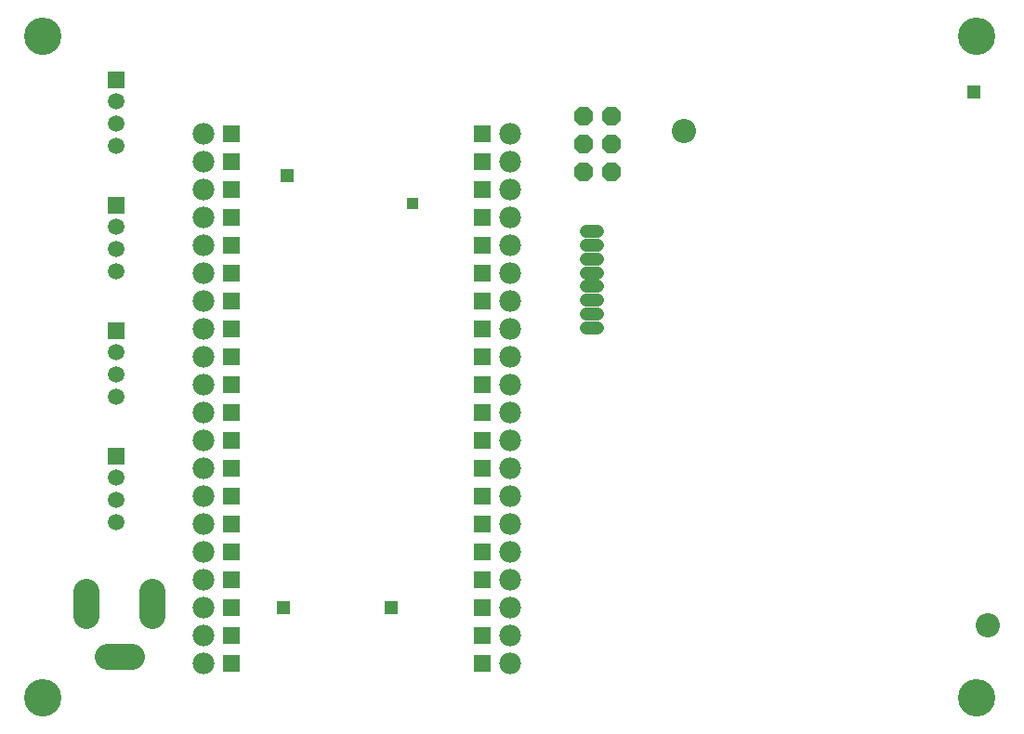
<source format=gbs>
G75*
%MOIN*%
%OFA0B0*%
%FSLAX25Y25*%
%IPPOS*%
%LPD*%
%AMOC8*
5,1,8,0,0,1.08239X$1,22.5*
%
%ADD10C,0.13398*%
%ADD11R,0.05950X0.05950*%
%ADD12C,0.05950*%
%ADD13C,0.07800*%
%ADD14C,0.09400*%
%ADD15R,0.06343X0.06343*%
%ADD16C,0.04769*%
%ADD17OC8,0.06800*%
%ADD18C,0.08674*%
%ADD19R,0.04762X0.04762*%
%ADD20R,0.04369X0.04369*%
D10*
X0016256Y0017254D03*
X0016256Y0254754D03*
X0351256Y0254754D03*
X0351256Y0017254D03*
D11*
X0042506Y0104065D03*
X0042506Y0149065D03*
X0042506Y0194065D03*
X0042506Y0239065D03*
D12*
X0042506Y0231191D03*
X0042506Y0223317D03*
X0042506Y0215443D03*
X0042506Y0186191D03*
X0042506Y0178317D03*
X0042506Y0170443D03*
X0042506Y0141191D03*
X0042506Y0133317D03*
X0042506Y0125443D03*
X0042506Y0096191D03*
X0042506Y0088317D03*
X0042506Y0080443D03*
D13*
X0073756Y0079754D03*
X0073756Y0089754D03*
X0073756Y0099754D03*
X0073756Y0109754D03*
X0073756Y0119754D03*
X0073756Y0129754D03*
X0073756Y0139754D03*
X0073756Y0149754D03*
X0073756Y0159754D03*
X0073756Y0169754D03*
X0073756Y0179754D03*
X0073756Y0189754D03*
X0073756Y0199754D03*
X0073756Y0209754D03*
X0073756Y0219754D03*
X0183756Y0219754D03*
X0183756Y0209754D03*
X0183756Y0199754D03*
X0183756Y0189754D03*
X0183756Y0179754D03*
X0183756Y0169754D03*
X0183756Y0159754D03*
X0183756Y0149754D03*
X0183756Y0139754D03*
X0183756Y0129754D03*
X0183756Y0119754D03*
X0183756Y0109754D03*
X0183756Y0099754D03*
X0183756Y0089754D03*
X0183756Y0079754D03*
X0183756Y0069754D03*
X0183756Y0059754D03*
X0183756Y0049754D03*
X0183756Y0039754D03*
X0183756Y0029754D03*
X0073756Y0029754D03*
X0073756Y0039754D03*
X0073756Y0049754D03*
X0073756Y0059754D03*
X0073756Y0069754D03*
D14*
X0055567Y0055304D02*
X0055567Y0046704D01*
X0048056Y0032106D02*
X0039456Y0032106D01*
X0031945Y0046704D02*
X0031945Y0055304D01*
D15*
X0083756Y0059754D03*
X0083756Y0069754D03*
X0083756Y0079754D03*
X0083756Y0089754D03*
X0083756Y0099754D03*
X0083756Y0109754D03*
X0083756Y0119754D03*
X0083756Y0129754D03*
X0083756Y0139754D03*
X0083756Y0149754D03*
X0083756Y0159754D03*
X0083756Y0169754D03*
X0083756Y0179754D03*
X0083756Y0189754D03*
X0083756Y0199754D03*
X0083756Y0209754D03*
X0083756Y0219754D03*
X0173756Y0219754D03*
X0173756Y0209754D03*
X0173756Y0199754D03*
X0173756Y0189754D03*
X0173756Y0179754D03*
X0173756Y0169754D03*
X0173756Y0159754D03*
X0173756Y0149754D03*
X0173756Y0139754D03*
X0173756Y0129754D03*
X0173756Y0119754D03*
X0173756Y0109754D03*
X0173756Y0099754D03*
X0173756Y0089754D03*
X0173756Y0079754D03*
X0173756Y0069754D03*
X0173756Y0059754D03*
X0173756Y0049754D03*
X0173756Y0039754D03*
X0173756Y0029754D03*
X0083756Y0029754D03*
X0083756Y0039754D03*
X0083756Y0049754D03*
D16*
X0211043Y0150030D02*
X0215012Y0150030D01*
X0215012Y0154951D02*
X0211043Y0154951D01*
X0211043Y0159872D02*
X0215012Y0159872D01*
X0215012Y0164793D02*
X0211043Y0164793D01*
X0211043Y0169715D02*
X0215012Y0169715D01*
X0215012Y0174636D02*
X0211043Y0174636D01*
X0211043Y0179557D02*
X0215012Y0179557D01*
X0215012Y0184478D02*
X0211043Y0184478D01*
D17*
X0210006Y0206004D03*
X0220006Y0206004D03*
X0220006Y0216004D03*
X0210006Y0216004D03*
X0210006Y0226004D03*
X0220006Y0226004D03*
D18*
X0246177Y0220512D03*
X0355232Y0043346D03*
D19*
X0141256Y0049754D03*
X0102506Y0049754D03*
X0103756Y0204754D03*
X0350006Y0234754D03*
D20*
X0148756Y0194754D03*
M02*

</source>
